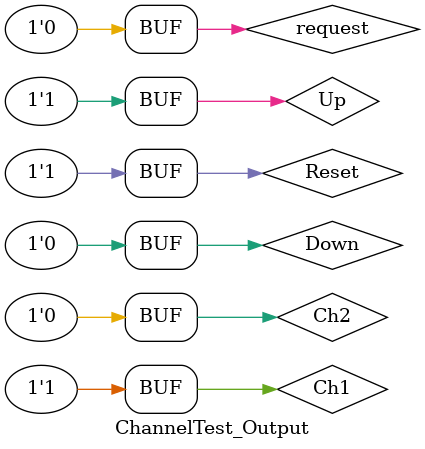
<source format=v>
`timescale 1ns / 1ps


module ChannelTest_Output;

	// Inputs
	reg Ch1;
	reg Ch2;
	reg request;
	reg Up;
	reg Down;
	reg Reset;

	// Outputs
	wire Ch1_up;
	wire Ch2_up;
	wire Ch2_down;
	wire Ch1_down;

	// Instantiate the Unit Under Test (UUT)
	Channel uut (
		.Ch1(Ch1), 
		.Ch2(Ch2), 
		.request(request), 
		.Up(Up), 
		.Down(Down), 
		.Reset(Reset), 
		.Ch1_up(Ch1_up), 
		.Ch2_up(Ch2_up), 
		.Ch2_down(Ch2_down), 
		.Ch1_down(Ch1_down)
	);

	initial begin
		// Initialize Inputs
		Ch1 = 0;
		Ch2 = 0;
		request = 0;
		Up = 0;
		Down = 0;
		Reset = 0;

		// Wait 100 ns for global reset to finish
		#100;
		Reset = 1;
		#100;
		Ch1 = 1;
		#100;
		Up = 1;
		#100;
		request = 1;
		#50;
		request = 0;
			
			
		#50;// Add stimulus here
		#300;
		
		Ch1 = 0;
		Up = 0;
	#100;
	#500;
		
		Ch2 = 1;
		#100;
		Down = 1;
		#100;
		request = 1;
		#50;
		request = 0;
			
			
		#50;// Add stimulus here
		#300;
		
		
		#50;// Add stimulus here
		#300;
		
		Ch2 = 0;
		Down = 0;
	#100;
	#500;
		
		Ch1 = 1;
		#100;
		Up = 1;
		#100;
		request = 1;
		#50;
		request = 0;
			
			
		#50;// Add stimulus here
		#300;
		#400;
	end
      
endmodule


</source>
